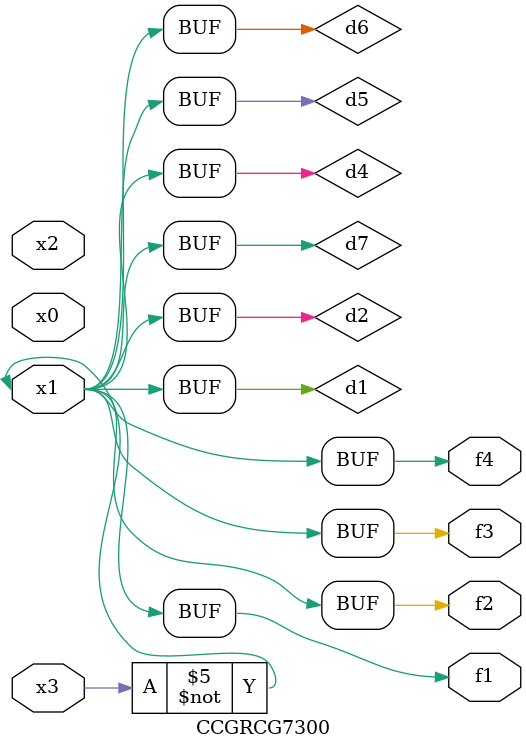
<source format=v>
module CCGRCG7300(
	input x0, x1, x2, x3,
	output f1, f2, f3, f4
);

	wire d1, d2, d3, d4, d5, d6, d7;

	not (d1, x3);
	buf (d2, x1);
	xnor (d3, d1, d2);
	nor (d4, d1);
	buf (d5, d1, d2);
	buf (d6, d4, d5);
	nand (d7, d4);
	assign f1 = d6;
	assign f2 = d7;
	assign f3 = d6;
	assign f4 = d6;
endmodule

</source>
